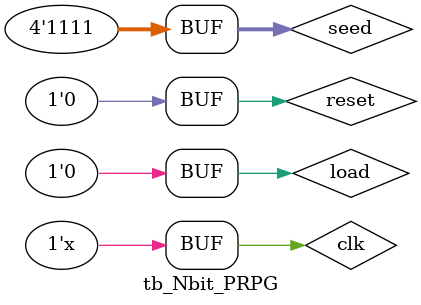
<source format=v>
`timescale 1ns / 1ps

module tb_Nbit_PRPG();
  reg [3:0] seed;
  reg reset, load, clk;
  wire [3:0] count, num;
  wire sequence, valid;
  
  Nbit_PRPG #(.n(4)) PRPG(seed, reset, load, clk, count, num, sequence, valid);
  
  initial begin
    seed = 4'b1111; reset = 1; load = 1; clk = 0;
    #5              reset = 0; load = 1;
    #10             reset = 0; load = 0;
  end
  
  always #6 clk = ~clk;//clk period 12ns
  
endmodule


</source>
